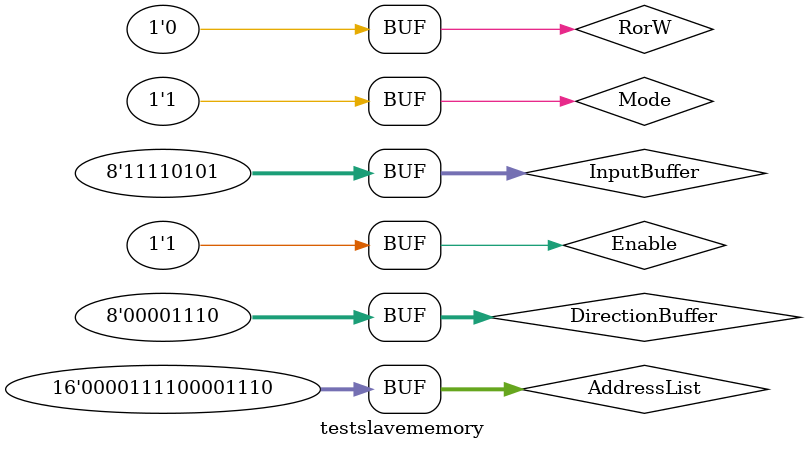
<source format=v>
`timescale 1 ns / 1 ns


module testslavememory();

parameter ADDRESSLENGTH = 8;
parameter ADDRESSNUM = 2;
parameter NBYTES = 2;


reg Enable = 1'b0;
reg Mode = 1'b0;
reg RorW = 1'b0;
wire[4:0] LocalAddressID;
reg [ADDRESSLENGTH-1: 0] DirectionBuffer = 1'b0;
wire AddressFound;
wire[8*NBYTES*ADDRESSNUM - 1: 0 ]Data;
wire [7:0]OutputBuffer;
reg [7:0]InputBuffer = 1'b0;
reg [((ADDRESSLENGTH)*ADDRESSNUM) - 1: 0]AddressList = 16'b0000111100001110;



I2C_SLAVE_MEMORY #( ADDRESSLENGTH, ADDRESSNUM, NBYTES) i2c_slave_memory(Enable, Mode, RorW, DirectionBuffer, InputBuffer, OutputBuffer, AddressFound, AddressList, Data, LocalAddressID);





//Prueba de la memoria
initial begin
#10; //Comprovamos que no disponemos de esta dirección y la bandera no se pone en alto
DirectionBuffer = 8'b00101111;//Dirección incorrecta
Mode = 1'b1;
Enable = 1'b0;
#10
Mode = 1'b1;
#10;
Mode = 1'b0;
#10
Enable = 1'b1;
#10
DirectionBuffer = 8'b00001110;//Dirección correcta
Enable = 1'b0;
#10;
Enable = 1'b1;
#10;
Enable = 1'b0;
#10;//Comprovamos el modulo de escritura
Mode = 1'b1;
InputBuffer = 8'b01010101;
RorW = 1'b1;
#10;
Enable = 1'b1;//Escribimos
#10;
Enable = 1'b0;//Vamos a añadir otro dato en la memoria
InputBuffer = 8'b11110101;
#10;
Enable = 1'b1;
#10;
Enable = 1'b0; //pasamos al modo lectura, vamos a leer los dos datos guardados
Mode = 1'b0;
#10 //Por seguridad, hay que mirar si disponemos de la dirección otra vez, además es lo que haría naturalmente el slave
Enable = 1'b1;
#10
Enable = 1'b0;//Procedemos a leer los datos guardados, el primer dato tiene que ser el 01010101 y el segundo 11110101
Mode = 1'b1;
RorW = 1'b0;
#10
Enable = 1'b1;
#10
Enable = 1'b0;
#10
Enable = 1'b1;
#10
Mode = 1'b1;
end




endmodule




</source>
